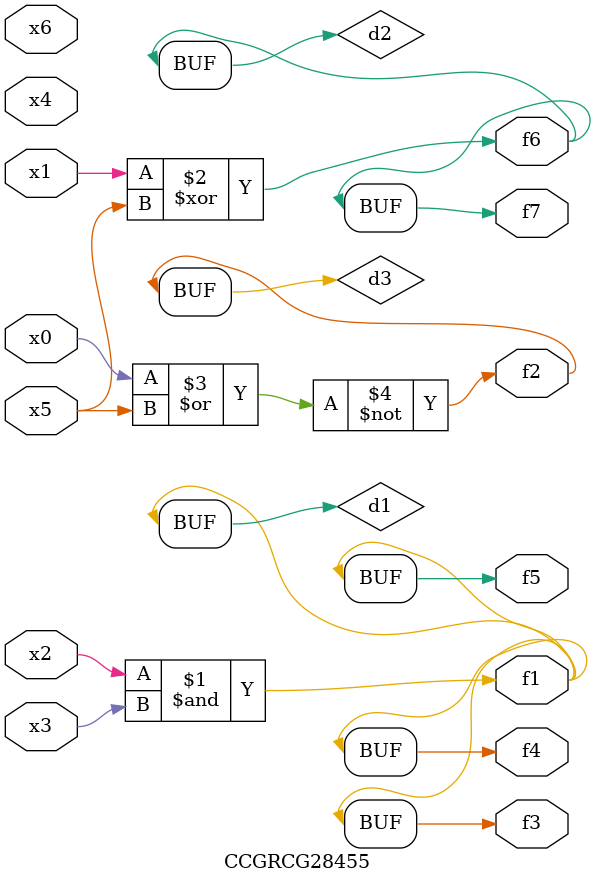
<source format=v>
module CCGRCG28455(
	input x0, x1, x2, x3, x4, x5, x6,
	output f1, f2, f3, f4, f5, f6, f7
);

	wire d1, d2, d3;

	and (d1, x2, x3);
	xor (d2, x1, x5);
	nor (d3, x0, x5);
	assign f1 = d1;
	assign f2 = d3;
	assign f3 = d1;
	assign f4 = d1;
	assign f5 = d1;
	assign f6 = d2;
	assign f7 = d2;
endmodule

</source>
